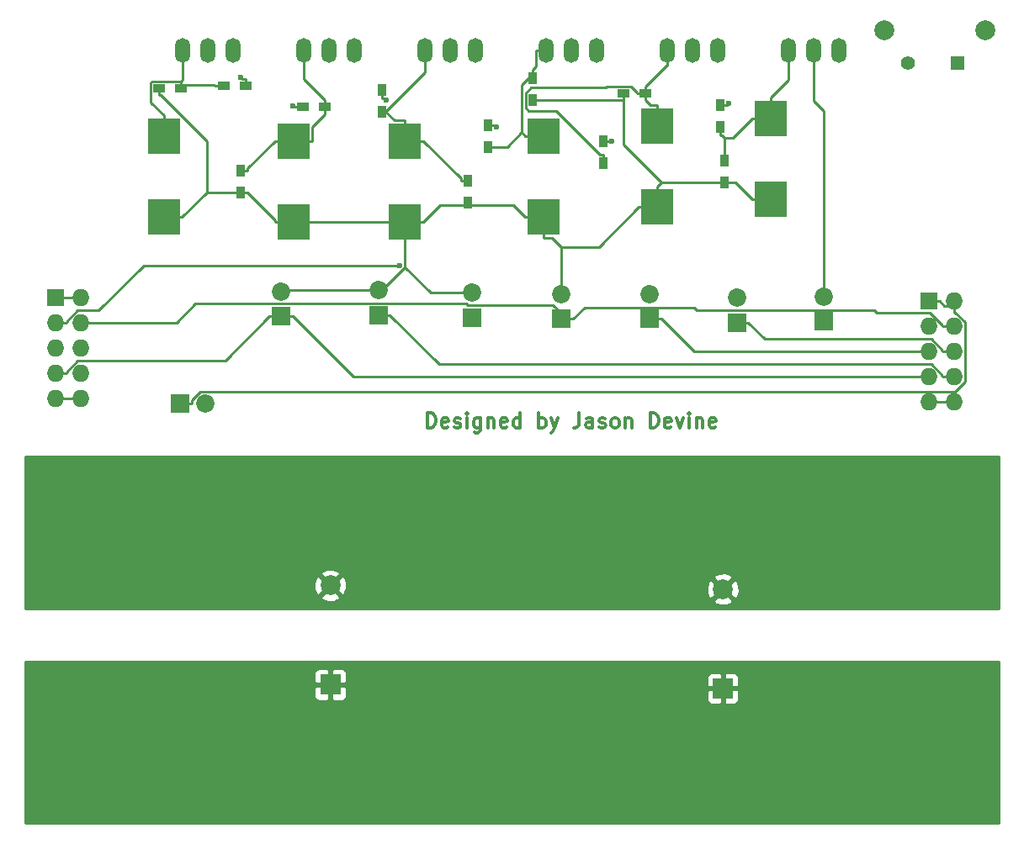
<source format=gtl>
G04 #@! TF.FileFunction,Copper,L1,Top,Signal*
%FSLAX46Y46*%
G04 Gerber Fmt 4.6, Leading zero omitted, Abs format (unit mm)*
G04 Created by KiCad (PCBNEW 4.0.4+e1-6308~48~ubuntu14.04.1-stable) date Sun Oct 16 21:10:46 2016*
%MOMM*%
%LPD*%
G01*
G04 APERTURE LIST*
%ADD10C,0.100000*%
%ADD11C,0.300000*%
%ADD12R,1.727200X1.727200*%
%ADD13O,1.727200X1.727200*%
%ADD14R,3.200000X3.600000*%
%ADD15R,1.200000X0.900000*%
%ADD16R,0.900000X1.200000*%
%ADD17O,1.501140X2.499360*%
%ADD18R,1.850000X1.850000*%
%ADD19C,1.850000*%
%ADD20R,1.400000X1.400000*%
%ADD21C,1.400000*%
%ADD22C,1.998980*%
%ADD23R,2.000000X2.000000*%
%ADD24C,2.000000*%
%ADD25C,0.600000*%
%ADD26C,0.250000*%
%ADD27C,0.254000*%
G04 APERTURE END LIST*
D10*
D11*
X74654000Y-95674571D02*
X74654000Y-94174571D01*
X75011143Y-94174571D01*
X75225428Y-94246000D01*
X75368286Y-94388857D01*
X75439714Y-94531714D01*
X75511143Y-94817429D01*
X75511143Y-95031714D01*
X75439714Y-95317429D01*
X75368286Y-95460286D01*
X75225428Y-95603143D01*
X75011143Y-95674571D01*
X74654000Y-95674571D01*
X76725428Y-95603143D02*
X76582571Y-95674571D01*
X76296857Y-95674571D01*
X76154000Y-95603143D01*
X76082571Y-95460286D01*
X76082571Y-94888857D01*
X76154000Y-94746000D01*
X76296857Y-94674571D01*
X76582571Y-94674571D01*
X76725428Y-94746000D01*
X76796857Y-94888857D01*
X76796857Y-95031714D01*
X76082571Y-95174571D01*
X77368285Y-95603143D02*
X77511142Y-95674571D01*
X77796857Y-95674571D01*
X77939714Y-95603143D01*
X78011142Y-95460286D01*
X78011142Y-95388857D01*
X77939714Y-95246000D01*
X77796857Y-95174571D01*
X77582571Y-95174571D01*
X77439714Y-95103143D01*
X77368285Y-94960286D01*
X77368285Y-94888857D01*
X77439714Y-94746000D01*
X77582571Y-94674571D01*
X77796857Y-94674571D01*
X77939714Y-94746000D01*
X78654000Y-95674571D02*
X78654000Y-94674571D01*
X78654000Y-94174571D02*
X78582571Y-94246000D01*
X78654000Y-94317429D01*
X78725428Y-94246000D01*
X78654000Y-94174571D01*
X78654000Y-94317429D01*
X80011143Y-94674571D02*
X80011143Y-95888857D01*
X79939714Y-96031714D01*
X79868286Y-96103143D01*
X79725429Y-96174571D01*
X79511143Y-96174571D01*
X79368286Y-96103143D01*
X80011143Y-95603143D02*
X79868286Y-95674571D01*
X79582572Y-95674571D01*
X79439714Y-95603143D01*
X79368286Y-95531714D01*
X79296857Y-95388857D01*
X79296857Y-94960286D01*
X79368286Y-94817429D01*
X79439714Y-94746000D01*
X79582572Y-94674571D01*
X79868286Y-94674571D01*
X80011143Y-94746000D01*
X80725429Y-94674571D02*
X80725429Y-95674571D01*
X80725429Y-94817429D02*
X80796857Y-94746000D01*
X80939715Y-94674571D01*
X81154000Y-94674571D01*
X81296857Y-94746000D01*
X81368286Y-94888857D01*
X81368286Y-95674571D01*
X82654000Y-95603143D02*
X82511143Y-95674571D01*
X82225429Y-95674571D01*
X82082572Y-95603143D01*
X82011143Y-95460286D01*
X82011143Y-94888857D01*
X82082572Y-94746000D01*
X82225429Y-94674571D01*
X82511143Y-94674571D01*
X82654000Y-94746000D01*
X82725429Y-94888857D01*
X82725429Y-95031714D01*
X82011143Y-95174571D01*
X84011143Y-95674571D02*
X84011143Y-94174571D01*
X84011143Y-95603143D02*
X83868286Y-95674571D01*
X83582572Y-95674571D01*
X83439714Y-95603143D01*
X83368286Y-95531714D01*
X83296857Y-95388857D01*
X83296857Y-94960286D01*
X83368286Y-94817429D01*
X83439714Y-94746000D01*
X83582572Y-94674571D01*
X83868286Y-94674571D01*
X84011143Y-94746000D01*
X85868286Y-95674571D02*
X85868286Y-94174571D01*
X85868286Y-94746000D02*
X86011143Y-94674571D01*
X86296857Y-94674571D01*
X86439714Y-94746000D01*
X86511143Y-94817429D01*
X86582572Y-94960286D01*
X86582572Y-95388857D01*
X86511143Y-95531714D01*
X86439714Y-95603143D01*
X86296857Y-95674571D01*
X86011143Y-95674571D01*
X85868286Y-95603143D01*
X87082572Y-94674571D02*
X87439715Y-95674571D01*
X87796857Y-94674571D02*
X87439715Y-95674571D01*
X87296857Y-96031714D01*
X87225429Y-96103143D01*
X87082572Y-96174571D01*
X89939714Y-94174571D02*
X89939714Y-95246000D01*
X89868286Y-95460286D01*
X89725429Y-95603143D01*
X89511143Y-95674571D01*
X89368286Y-95674571D01*
X91296857Y-95674571D02*
X91296857Y-94888857D01*
X91225428Y-94746000D01*
X91082571Y-94674571D01*
X90796857Y-94674571D01*
X90654000Y-94746000D01*
X91296857Y-95603143D02*
X91154000Y-95674571D01*
X90796857Y-95674571D01*
X90654000Y-95603143D01*
X90582571Y-95460286D01*
X90582571Y-95317429D01*
X90654000Y-95174571D01*
X90796857Y-95103143D01*
X91154000Y-95103143D01*
X91296857Y-95031714D01*
X91939714Y-95603143D02*
X92082571Y-95674571D01*
X92368286Y-95674571D01*
X92511143Y-95603143D01*
X92582571Y-95460286D01*
X92582571Y-95388857D01*
X92511143Y-95246000D01*
X92368286Y-95174571D01*
X92154000Y-95174571D01*
X92011143Y-95103143D01*
X91939714Y-94960286D01*
X91939714Y-94888857D01*
X92011143Y-94746000D01*
X92154000Y-94674571D01*
X92368286Y-94674571D01*
X92511143Y-94746000D01*
X93439715Y-95674571D02*
X93296857Y-95603143D01*
X93225429Y-95531714D01*
X93154000Y-95388857D01*
X93154000Y-94960286D01*
X93225429Y-94817429D01*
X93296857Y-94746000D01*
X93439715Y-94674571D01*
X93654000Y-94674571D01*
X93796857Y-94746000D01*
X93868286Y-94817429D01*
X93939715Y-94960286D01*
X93939715Y-95388857D01*
X93868286Y-95531714D01*
X93796857Y-95603143D01*
X93654000Y-95674571D01*
X93439715Y-95674571D01*
X94582572Y-94674571D02*
X94582572Y-95674571D01*
X94582572Y-94817429D02*
X94654000Y-94746000D01*
X94796858Y-94674571D01*
X95011143Y-94674571D01*
X95154000Y-94746000D01*
X95225429Y-94888857D01*
X95225429Y-95674571D01*
X97082572Y-95674571D02*
X97082572Y-94174571D01*
X97439715Y-94174571D01*
X97654000Y-94246000D01*
X97796858Y-94388857D01*
X97868286Y-94531714D01*
X97939715Y-94817429D01*
X97939715Y-95031714D01*
X97868286Y-95317429D01*
X97796858Y-95460286D01*
X97654000Y-95603143D01*
X97439715Y-95674571D01*
X97082572Y-95674571D01*
X99154000Y-95603143D02*
X99011143Y-95674571D01*
X98725429Y-95674571D01*
X98582572Y-95603143D01*
X98511143Y-95460286D01*
X98511143Y-94888857D01*
X98582572Y-94746000D01*
X98725429Y-94674571D01*
X99011143Y-94674571D01*
X99154000Y-94746000D01*
X99225429Y-94888857D01*
X99225429Y-95031714D01*
X98511143Y-95174571D01*
X99725429Y-94674571D02*
X100082572Y-95674571D01*
X100439714Y-94674571D01*
X101011143Y-95674571D02*
X101011143Y-94674571D01*
X101011143Y-94174571D02*
X100939714Y-94246000D01*
X101011143Y-94317429D01*
X101082571Y-94246000D01*
X101011143Y-94174571D01*
X101011143Y-94317429D01*
X101725429Y-94674571D02*
X101725429Y-95674571D01*
X101725429Y-94817429D02*
X101796857Y-94746000D01*
X101939715Y-94674571D01*
X102154000Y-94674571D01*
X102296857Y-94746000D01*
X102368286Y-94888857D01*
X102368286Y-95674571D01*
X103654000Y-95603143D02*
X103511143Y-95674571D01*
X103225429Y-95674571D01*
X103082572Y-95603143D01*
X103011143Y-95460286D01*
X103011143Y-94888857D01*
X103082572Y-94746000D01*
X103225429Y-94674571D01*
X103511143Y-94674571D01*
X103654000Y-94746000D01*
X103725429Y-94888857D01*
X103725429Y-95031714D01*
X103011143Y-95174571D01*
D12*
X37211000Y-82550000D03*
D13*
X39751000Y-82550000D03*
X37211000Y-85090000D03*
X39751000Y-85090000D03*
X37211000Y-87630000D03*
X39751000Y-87630000D03*
X37211000Y-90170000D03*
X39751000Y-90170000D03*
X37211000Y-92710000D03*
X39751000Y-92710000D03*
D14*
X97790000Y-65242000D03*
X97790000Y-73442000D03*
X109220000Y-64480000D03*
X109220000Y-72680000D03*
X86360000Y-66258000D03*
X86360000Y-74458000D03*
X72390000Y-66766000D03*
X72390000Y-74966000D03*
X48133000Y-66258000D03*
X48133000Y-74458000D03*
X61214000Y-66766000D03*
X61214000Y-74966000D03*
D15*
X54145000Y-61214000D03*
X56345000Y-61214000D03*
D16*
X70104000Y-63838000D03*
X70104000Y-61638000D03*
D15*
X96604000Y-61976000D03*
X94404000Y-61976000D03*
D16*
X92329000Y-69045000D03*
X92329000Y-66845000D03*
X104140000Y-65362000D03*
X104140000Y-63162000D03*
D15*
X64346000Y-63373000D03*
X62146000Y-63373000D03*
D16*
X80772000Y-67394000D03*
X80772000Y-65194000D03*
X78740000Y-70782000D03*
X78740000Y-72982000D03*
D15*
X49868000Y-61468000D03*
X47668000Y-61468000D03*
D16*
X104521000Y-68750000D03*
X104521000Y-70950000D03*
X85217000Y-60495000D03*
X85217000Y-62695000D03*
X55880000Y-69766000D03*
X55880000Y-71966000D03*
D17*
X52578000Y-57658000D03*
X50038000Y-57658000D03*
X55118000Y-57658000D03*
X64770000Y-57658000D03*
X62230000Y-57658000D03*
X67310000Y-57658000D03*
X76962000Y-57658000D03*
X74422000Y-57658000D03*
X79502000Y-57658000D03*
X89154000Y-57658000D03*
X86614000Y-57658000D03*
X91694000Y-57658000D03*
X101346000Y-57658000D03*
X98806000Y-57658000D03*
X103886000Y-57658000D03*
X113538000Y-57658000D03*
X110998000Y-57658000D03*
X116078000Y-57658000D03*
D18*
X114554000Y-84963000D03*
D19*
X114554000Y-82463000D03*
D18*
X59944000Y-84455000D03*
D19*
X59944000Y-81955000D03*
D18*
X69723000Y-84328000D03*
D19*
X69723000Y-81828000D03*
D18*
X79121000Y-84582000D03*
D19*
X79121000Y-82082000D03*
D18*
X88138000Y-84709000D03*
D19*
X88138000Y-82209000D03*
D18*
X97028000Y-84709000D03*
D19*
X97028000Y-82209000D03*
D18*
X105791000Y-85090000D03*
D19*
X105791000Y-82590000D03*
D18*
X49784000Y-93218000D03*
D19*
X52284000Y-93218000D03*
D12*
X125095000Y-82931000D03*
D13*
X127635000Y-82931000D03*
X125095000Y-85471000D03*
X127635000Y-85471000D03*
X125095000Y-88011000D03*
X127635000Y-88011000D03*
X125095000Y-90551000D03*
X127635000Y-90551000D03*
X125095000Y-93091000D03*
X127635000Y-93091000D03*
D20*
X128016000Y-58928000D03*
D21*
X123016000Y-58928000D03*
D22*
X130810000Y-55626000D03*
X120650000Y-55626000D03*
D23*
X64897000Y-121539000D03*
D24*
X64897000Y-111539000D03*
D23*
X104394000Y-121920000D03*
D24*
X104394000Y-111920000D03*
D25*
X71856400Y-79294400D03*
X61129000Y-63206000D03*
X70479800Y-62652000D03*
X55888400Y-60344500D03*
X81635100Y-65357100D03*
X93180000Y-66830700D03*
X105015700Y-62986300D03*
D26*
X126521400Y-87895600D02*
X126521400Y-88011000D01*
X125366800Y-86741000D02*
X126521400Y-87895600D01*
X108617000Y-86741000D02*
X125366800Y-86741000D01*
X106966000Y-85090000D02*
X108617000Y-86741000D01*
X105791000Y-85090000D02*
X106966000Y-85090000D01*
X127635000Y-88011000D02*
X126521400Y-88011000D01*
X39751000Y-92710000D02*
X37211000Y-92710000D01*
X127635000Y-93091000D02*
X125095000Y-93091000D01*
X37211000Y-82550000D02*
X39751000Y-82550000D01*
X127774500Y-84044600D02*
X127635000Y-84044600D01*
X128748500Y-85018600D02*
X127774500Y-84044600D01*
X128748500Y-90995000D02*
X128748500Y-85018600D01*
X127741500Y-92002000D02*
X128748500Y-90995000D01*
X51807800Y-92002000D02*
X127741500Y-92002000D01*
X50959000Y-92850800D02*
X51807800Y-92002000D01*
X50959000Y-93218000D02*
X50959000Y-92850800D01*
X49784000Y-93218000D02*
X50959000Y-93218000D01*
X127635000Y-82931000D02*
X127635000Y-83416400D01*
X127635000Y-83416400D02*
X127635000Y-84044600D01*
X126694000Y-83416400D02*
X126208600Y-82931000D01*
X127635000Y-83416400D02*
X126694000Y-83416400D01*
X125095000Y-82931000D02*
X126208600Y-82931000D01*
X97120000Y-63192000D02*
X97790000Y-63192000D01*
X96604000Y-62676000D02*
X97120000Y-63192000D01*
X96604000Y-61976000D02*
X96604000Y-62676000D01*
X97790000Y-65242000D02*
X97790000Y-63192000D01*
X98722200Y-59157800D02*
X96604000Y-61276000D01*
X98806000Y-59157800D02*
X98722200Y-59157800D01*
X96604000Y-61976000D02*
X96604000Y-61276000D01*
X98806000Y-57658000D02*
X98806000Y-59157800D01*
X95754000Y-61891500D02*
X95754000Y-61976000D01*
X95163100Y-61300600D02*
X95754000Y-61891500D01*
X92670000Y-61300600D02*
X95163100Y-61300600D01*
X92584700Y-61385900D02*
X92670000Y-61300600D01*
X85098800Y-61385900D02*
X92584700Y-61385900D01*
X84541600Y-61943100D02*
X85098800Y-61385900D01*
X84541600Y-63406900D02*
X84541600Y-61943100D01*
X84855900Y-63721200D02*
X84541600Y-63406900D01*
X87583500Y-63721200D02*
X84855900Y-63721200D01*
X92057300Y-68195000D02*
X87583500Y-63721200D01*
X92329000Y-68195000D02*
X92057300Y-68195000D01*
X92329000Y-69045000D02*
X92329000Y-68195000D01*
X96604000Y-61976000D02*
X95754000Y-61976000D01*
X110998000Y-60652000D02*
X109220000Y-62430000D01*
X110998000Y-57658000D02*
X110998000Y-60652000D01*
X109220000Y-64480000D02*
X109220000Y-62430000D01*
X104521000Y-68750000D02*
X104521000Y-67900000D01*
X109220000Y-64480000D02*
X107370000Y-64480000D01*
X104521000Y-67900000D02*
X104521000Y-66440500D01*
X104292500Y-66212000D02*
X104521000Y-66440500D01*
X104140000Y-66212000D02*
X104292500Y-66212000D01*
X105409500Y-66440500D02*
X107370000Y-64480000D01*
X104521000Y-66440500D02*
X105409500Y-66440500D01*
X104140000Y-65362000D02*
X104140000Y-66212000D01*
X78040000Y-70566000D02*
X74240000Y-66766000D01*
X78040000Y-70782000D02*
X78040000Y-70566000D01*
X72390000Y-66766000D02*
X74240000Y-66766000D01*
X78740000Y-70782000D02*
X78040000Y-70782000D01*
X70104000Y-63838000D02*
X70454000Y-63838000D01*
X71332000Y-64716000D02*
X72390000Y-64716000D01*
X70454000Y-63838000D02*
X71332000Y-64716000D01*
X72390000Y-66766000D02*
X72390000Y-64716000D01*
X74422000Y-59870000D02*
X70454000Y-63838000D01*
X74422000Y-57658000D02*
X74422000Y-59870000D01*
X126521400Y-85355600D02*
X126521400Y-85471000D01*
X125242800Y-84077000D02*
X126521400Y-85355600D01*
X119894300Y-84077000D02*
X125242800Y-84077000D01*
X119629900Y-83812600D02*
X119894300Y-84077000D01*
X101746200Y-83812600D02*
X119629900Y-83812600D01*
X101492200Y-83558600D02*
X101746200Y-83812600D01*
X90463400Y-83558600D02*
X101492200Y-83558600D01*
X89313000Y-84709000D02*
X90463400Y-83558600D01*
X127635000Y-85471000D02*
X126521400Y-85471000D01*
X88138000Y-84709000D02*
X88725500Y-84709000D01*
X88725500Y-84709000D02*
X89313000Y-84709000D01*
X49401100Y-85090000D02*
X39751000Y-85090000D01*
X51313500Y-83177600D02*
X49401100Y-85090000D01*
X78589700Y-83177600D02*
X51313500Y-83177600D01*
X78691100Y-83279000D02*
X78589700Y-83177600D01*
X87295500Y-83279000D02*
X78691100Y-83279000D01*
X88725500Y-84709000D02*
X87295500Y-83279000D01*
X49868000Y-61468000D02*
X49868000Y-61118000D01*
X49868000Y-61118000D02*
X49868000Y-60768000D01*
X53199000Y-61118000D02*
X53295000Y-61214000D01*
X49868000Y-61118000D02*
X53199000Y-61118000D01*
X54145000Y-61214000D02*
X53295000Y-61214000D01*
X48133000Y-66258000D02*
X48133000Y-64208000D01*
X50038000Y-60598000D02*
X49868000Y-60768000D01*
X50038000Y-57658000D02*
X50038000Y-60598000D01*
X46842600Y-62917600D02*
X48133000Y-64208000D01*
X46842600Y-60912000D02*
X46842600Y-62917600D01*
X46986600Y-60768000D02*
X46842600Y-60912000D01*
X49868000Y-60768000D02*
X46986600Y-60768000D01*
X56580000Y-69550000D02*
X59364000Y-66766000D01*
X56580000Y-69766000D02*
X56580000Y-69550000D01*
X61214000Y-66766000D02*
X59364000Y-66766000D01*
X55880000Y-69766000D02*
X56580000Y-69766000D01*
X63064000Y-65355000D02*
X63064000Y-66766000D01*
X64346000Y-64073000D02*
X63064000Y-65355000D01*
X64346000Y-63373000D02*
X64346000Y-64073000D01*
X61214000Y-66766000D02*
X63064000Y-66766000D01*
X62230000Y-60557000D02*
X64346000Y-62673000D01*
X62230000Y-57658000D02*
X62230000Y-60557000D01*
X64346000Y-63373000D02*
X64346000Y-62673000D01*
X85613400Y-59248600D02*
X85217000Y-59645000D01*
X85613400Y-57658000D02*
X85613400Y-59248600D01*
X86614000Y-57658000D02*
X85613400Y-57658000D01*
X85217000Y-60495000D02*
X85217000Y-60070000D01*
X85217000Y-60070000D02*
X85217000Y-59645000D01*
X86360000Y-66258000D02*
X84510000Y-66258000D01*
X82673000Y-67394000D02*
X84159500Y-65907500D01*
X80772000Y-67394000D02*
X82673000Y-67394000D01*
X84159500Y-61127500D02*
X84159500Y-65907500D01*
X85217000Y-60070000D02*
X84159500Y-61127500D01*
X84159500Y-65907500D02*
X84510000Y-66258000D01*
X38324600Y-84974600D02*
X38324600Y-85090000D01*
X39479200Y-83820000D02*
X38324600Y-84974600D01*
X41599900Y-83820000D02*
X39479200Y-83820000D01*
X46125500Y-79294400D02*
X41599900Y-83820000D01*
X71856400Y-79294400D02*
X46125500Y-79294400D01*
X37211000Y-85090000D02*
X38324600Y-85090000D01*
X97028000Y-84709000D02*
X98203000Y-84709000D01*
X125095000Y-88011000D02*
X123981400Y-88011000D01*
X101505000Y-88011000D02*
X98203000Y-84709000D01*
X123981400Y-88011000D02*
X101505000Y-88011000D01*
X38324600Y-90054600D02*
X38324600Y-90170000D01*
X39479200Y-88900000D02*
X38324600Y-90054600D01*
X54324000Y-88900000D02*
X39479200Y-88900000D01*
X58769000Y-84455000D02*
X54324000Y-88900000D01*
X37211000Y-90170000D02*
X38324600Y-90170000D01*
X59356500Y-84455000D02*
X58769000Y-84455000D01*
X59356500Y-84455000D02*
X59944000Y-84455000D01*
X59944000Y-84455000D02*
X61119000Y-84455000D01*
X125095000Y-90551000D02*
X123981400Y-90551000D01*
X67215000Y-90551000D02*
X61119000Y-84455000D01*
X123981400Y-90551000D02*
X67215000Y-90551000D01*
X126521400Y-90435600D02*
X126521400Y-90551000D01*
X125366800Y-89281000D02*
X126521400Y-90435600D01*
X75851000Y-89281000D02*
X125366800Y-89281000D01*
X70898000Y-84328000D02*
X75851000Y-89281000D01*
X69723000Y-84328000D02*
X70898000Y-84328000D01*
X127635000Y-90551000D02*
X126521400Y-90551000D01*
X114554000Y-82463000D02*
X114554000Y-63754000D01*
X114554000Y-63754000D02*
X113538000Y-62738000D01*
X113538000Y-62738000D02*
X113538000Y-57658000D01*
X105640000Y-70950000D02*
X107370000Y-72680000D01*
X104521000Y-70950000D02*
X105640000Y-70950000D01*
X109220000Y-72680000D02*
X107370000Y-72680000D01*
X47668000Y-61468000D02*
X47668000Y-62168000D01*
X72390000Y-74966000D02*
X74240000Y-74966000D01*
X55880000Y-71966000D02*
X55530000Y-71966000D01*
X48133000Y-74458000D02*
X49983000Y-74458000D01*
X52475000Y-66800000D02*
X52475000Y-71966000D01*
X47843000Y-62168000D02*
X52475000Y-66800000D01*
X47668000Y-62168000D02*
X47843000Y-62168000D01*
X55530000Y-71966000D02*
X52475000Y-71966000D01*
X52475000Y-71966000D02*
X49983000Y-74458000D01*
X97790000Y-73442000D02*
X97790000Y-71392000D01*
X59364000Y-74750000D02*
X56580000Y-71966000D01*
X59364000Y-74966000D02*
X59364000Y-74750000D01*
X55880000Y-71966000D02*
X56580000Y-71966000D01*
X61214000Y-74966000D02*
X59364000Y-74966000D01*
X61214000Y-74966000D02*
X63064000Y-74966000D01*
X86360000Y-74458000D02*
X84510000Y-74458000D01*
X78740000Y-72982000D02*
X78740000Y-73246500D01*
X75959500Y-73246500D02*
X78740000Y-73246500D01*
X74240000Y-74966000D02*
X75959500Y-73246500D01*
X83298500Y-73246500D02*
X84510000Y-74458000D01*
X78740000Y-73246500D02*
X83298500Y-73246500D01*
X60071000Y-81828000D02*
X69723000Y-81828000D01*
X59944000Y-81955000D02*
X60071000Y-81828000D01*
X97790000Y-73442000D02*
X95940000Y-73442000D01*
X88138000Y-82209000D02*
X88138000Y-77444500D01*
X87201500Y-76508000D02*
X88138000Y-77444500D01*
X86360000Y-76508000D02*
X87201500Y-76508000D01*
X91937500Y-77444500D02*
X95940000Y-73442000D01*
X88138000Y-77444500D02*
X91937500Y-77444500D01*
X86360000Y-74458000D02*
X86360000Y-76508000D01*
X94404000Y-61976000D02*
X94404000Y-62676000D01*
X85217000Y-62695000D02*
X94385000Y-62695000D01*
X94385000Y-62695000D02*
X94404000Y-62676000D01*
X94385000Y-67103000D02*
X98232000Y-70950000D01*
X94385000Y-62695000D02*
X94385000Y-67103000D01*
X104521000Y-70950000D02*
X98232000Y-70950000D01*
X98232000Y-70950000D02*
X97790000Y-71392000D01*
X63064000Y-74966000D02*
X72390000Y-74966000D01*
X72390000Y-74966000D02*
X72390000Y-77016000D01*
X74982100Y-82082000D02*
X72396900Y-79496800D01*
X79121000Y-82082000D02*
X74982100Y-82082000D01*
X70065700Y-81828000D02*
X72396900Y-79496800D01*
X69723000Y-81828000D02*
X70065700Y-81828000D01*
X72396900Y-77022900D02*
X72390000Y-77016000D01*
X72396900Y-79496800D02*
X72396900Y-77022900D01*
X62146000Y-63373000D02*
X61296000Y-63373000D01*
X61129000Y-63206000D02*
X61296000Y-63373000D01*
X70104000Y-61638000D02*
X70104000Y-62488000D01*
X70315800Y-62488000D02*
X70104000Y-62488000D01*
X70479800Y-62652000D02*
X70315800Y-62488000D01*
X56345000Y-61214000D02*
X56345000Y-60514000D01*
X56057900Y-60514000D02*
X56345000Y-60514000D01*
X55888400Y-60344500D02*
X56057900Y-60514000D01*
X80772000Y-65194000D02*
X81472000Y-65194000D01*
X81635100Y-65357100D02*
X81472000Y-65194000D01*
X92329000Y-66845000D02*
X93029000Y-66845000D01*
X93043300Y-66830700D02*
X93029000Y-66845000D01*
X93180000Y-66830700D02*
X93043300Y-66830700D01*
X104140000Y-63162000D02*
X104840000Y-63162000D01*
X105015700Y-62986300D02*
X104840000Y-63162000D01*
D27*
G36*
X132132000Y-135434000D02*
X34238000Y-135434000D01*
X34238000Y-121824750D01*
X63262000Y-121824750D01*
X63262000Y-122665309D01*
X63358673Y-122898698D01*
X63537301Y-123077327D01*
X63770690Y-123174000D01*
X64611250Y-123174000D01*
X64770000Y-123015250D01*
X64770000Y-121666000D01*
X65024000Y-121666000D01*
X65024000Y-123015250D01*
X65182750Y-123174000D01*
X66023310Y-123174000D01*
X66256699Y-123077327D01*
X66435327Y-122898698D01*
X66532000Y-122665309D01*
X66532000Y-122205750D01*
X102759000Y-122205750D01*
X102759000Y-123046309D01*
X102855673Y-123279698D01*
X103034301Y-123458327D01*
X103267690Y-123555000D01*
X104108250Y-123555000D01*
X104267000Y-123396250D01*
X104267000Y-122047000D01*
X104521000Y-122047000D01*
X104521000Y-123396250D01*
X104679750Y-123555000D01*
X105520310Y-123555000D01*
X105753699Y-123458327D01*
X105932327Y-123279698D01*
X106029000Y-123046309D01*
X106029000Y-122205750D01*
X105870250Y-122047000D01*
X104521000Y-122047000D01*
X104267000Y-122047000D01*
X102917750Y-122047000D01*
X102759000Y-122205750D01*
X66532000Y-122205750D01*
X66532000Y-121824750D01*
X66373250Y-121666000D01*
X65024000Y-121666000D01*
X64770000Y-121666000D01*
X63420750Y-121666000D01*
X63262000Y-121824750D01*
X34238000Y-121824750D01*
X34238000Y-120412691D01*
X63262000Y-120412691D01*
X63262000Y-121253250D01*
X63420750Y-121412000D01*
X64770000Y-121412000D01*
X64770000Y-120062750D01*
X65024000Y-120062750D01*
X65024000Y-121412000D01*
X66373250Y-121412000D01*
X66532000Y-121253250D01*
X66532000Y-120793691D01*
X102759000Y-120793691D01*
X102759000Y-121634250D01*
X102917750Y-121793000D01*
X104267000Y-121793000D01*
X104267000Y-120443750D01*
X104521000Y-120443750D01*
X104521000Y-121793000D01*
X105870250Y-121793000D01*
X106029000Y-121634250D01*
X106029000Y-120793691D01*
X105932327Y-120560302D01*
X105753699Y-120381673D01*
X105520310Y-120285000D01*
X104679750Y-120285000D01*
X104521000Y-120443750D01*
X104267000Y-120443750D01*
X104108250Y-120285000D01*
X103267690Y-120285000D01*
X103034301Y-120381673D01*
X102855673Y-120560302D01*
X102759000Y-120793691D01*
X66532000Y-120793691D01*
X66532000Y-120412691D01*
X66435327Y-120179302D01*
X66256699Y-120000673D01*
X66023310Y-119904000D01*
X65182750Y-119904000D01*
X65024000Y-120062750D01*
X64770000Y-120062750D01*
X64611250Y-119904000D01*
X63770690Y-119904000D01*
X63537301Y-120000673D01*
X63358673Y-120179302D01*
X63262000Y-120412691D01*
X34238000Y-120412691D01*
X34238000Y-119253000D01*
X132132000Y-119253000D01*
X132132000Y-135434000D01*
X132132000Y-135434000D01*
G37*
X132132000Y-135434000D02*
X34238000Y-135434000D01*
X34238000Y-121824750D01*
X63262000Y-121824750D01*
X63262000Y-122665309D01*
X63358673Y-122898698D01*
X63537301Y-123077327D01*
X63770690Y-123174000D01*
X64611250Y-123174000D01*
X64770000Y-123015250D01*
X64770000Y-121666000D01*
X65024000Y-121666000D01*
X65024000Y-123015250D01*
X65182750Y-123174000D01*
X66023310Y-123174000D01*
X66256699Y-123077327D01*
X66435327Y-122898698D01*
X66532000Y-122665309D01*
X66532000Y-122205750D01*
X102759000Y-122205750D01*
X102759000Y-123046309D01*
X102855673Y-123279698D01*
X103034301Y-123458327D01*
X103267690Y-123555000D01*
X104108250Y-123555000D01*
X104267000Y-123396250D01*
X104267000Y-122047000D01*
X104521000Y-122047000D01*
X104521000Y-123396250D01*
X104679750Y-123555000D01*
X105520310Y-123555000D01*
X105753699Y-123458327D01*
X105932327Y-123279698D01*
X106029000Y-123046309D01*
X106029000Y-122205750D01*
X105870250Y-122047000D01*
X104521000Y-122047000D01*
X104267000Y-122047000D01*
X102917750Y-122047000D01*
X102759000Y-122205750D01*
X66532000Y-122205750D01*
X66532000Y-121824750D01*
X66373250Y-121666000D01*
X65024000Y-121666000D01*
X64770000Y-121666000D01*
X63420750Y-121666000D01*
X63262000Y-121824750D01*
X34238000Y-121824750D01*
X34238000Y-120412691D01*
X63262000Y-120412691D01*
X63262000Y-121253250D01*
X63420750Y-121412000D01*
X64770000Y-121412000D01*
X64770000Y-120062750D01*
X65024000Y-120062750D01*
X65024000Y-121412000D01*
X66373250Y-121412000D01*
X66532000Y-121253250D01*
X66532000Y-120793691D01*
X102759000Y-120793691D01*
X102759000Y-121634250D01*
X102917750Y-121793000D01*
X104267000Y-121793000D01*
X104267000Y-120443750D01*
X104521000Y-120443750D01*
X104521000Y-121793000D01*
X105870250Y-121793000D01*
X106029000Y-121634250D01*
X106029000Y-120793691D01*
X105932327Y-120560302D01*
X105753699Y-120381673D01*
X105520310Y-120285000D01*
X104679750Y-120285000D01*
X104521000Y-120443750D01*
X104267000Y-120443750D01*
X104108250Y-120285000D01*
X103267690Y-120285000D01*
X103034301Y-120381673D01*
X102855673Y-120560302D01*
X102759000Y-120793691D01*
X66532000Y-120793691D01*
X66532000Y-120412691D01*
X66435327Y-120179302D01*
X66256699Y-120000673D01*
X66023310Y-119904000D01*
X65182750Y-119904000D01*
X65024000Y-120062750D01*
X64770000Y-120062750D01*
X64611250Y-119904000D01*
X63770690Y-119904000D01*
X63537301Y-120000673D01*
X63358673Y-120179302D01*
X63262000Y-120412691D01*
X34238000Y-120412691D01*
X34238000Y-119253000D01*
X132132000Y-119253000D01*
X132132000Y-135434000D01*
G36*
X132132000Y-113919000D02*
X34238000Y-113919000D01*
X34238000Y-112691532D01*
X63924073Y-112691532D01*
X64022736Y-112958387D01*
X64632461Y-113184908D01*
X65282460Y-113160856D01*
X65495693Y-113072532D01*
X103421073Y-113072532D01*
X103519736Y-113339387D01*
X104129461Y-113565908D01*
X104779460Y-113541856D01*
X105268264Y-113339387D01*
X105366927Y-113072532D01*
X104394000Y-112099605D01*
X103421073Y-113072532D01*
X65495693Y-113072532D01*
X65771264Y-112958387D01*
X65869927Y-112691532D01*
X64897000Y-111718605D01*
X63924073Y-112691532D01*
X34238000Y-112691532D01*
X34238000Y-111274461D01*
X63251092Y-111274461D01*
X63275144Y-111924460D01*
X63477613Y-112413264D01*
X63744468Y-112511927D01*
X64717395Y-111539000D01*
X65076605Y-111539000D01*
X66049532Y-112511927D01*
X66316387Y-112413264D01*
X66542908Y-111803539D01*
X66537429Y-111655461D01*
X102748092Y-111655461D01*
X102772144Y-112305460D01*
X102974613Y-112794264D01*
X103241468Y-112892927D01*
X104214395Y-111920000D01*
X104573605Y-111920000D01*
X105546532Y-112892927D01*
X105813387Y-112794264D01*
X106039908Y-112184539D01*
X106015856Y-111534540D01*
X105813387Y-111045736D01*
X105546532Y-110947073D01*
X104573605Y-111920000D01*
X104214395Y-111920000D01*
X103241468Y-110947073D01*
X102974613Y-111045736D01*
X102748092Y-111655461D01*
X66537429Y-111655461D01*
X66518856Y-111153540D01*
X66358940Y-110767468D01*
X103421073Y-110767468D01*
X104394000Y-111740395D01*
X105366927Y-110767468D01*
X105268264Y-110500613D01*
X104658539Y-110274092D01*
X104008540Y-110298144D01*
X103519736Y-110500613D01*
X103421073Y-110767468D01*
X66358940Y-110767468D01*
X66316387Y-110664736D01*
X66049532Y-110566073D01*
X65076605Y-111539000D01*
X64717395Y-111539000D01*
X63744468Y-110566073D01*
X63477613Y-110664736D01*
X63251092Y-111274461D01*
X34238000Y-111274461D01*
X34238000Y-110386468D01*
X63924073Y-110386468D01*
X64897000Y-111359395D01*
X65869927Y-110386468D01*
X65771264Y-110119613D01*
X65161539Y-109893092D01*
X64511540Y-109917144D01*
X64022736Y-110119613D01*
X63924073Y-110386468D01*
X34238000Y-110386468D01*
X34238000Y-98552000D01*
X132132000Y-98552000D01*
X132132000Y-113919000D01*
X132132000Y-113919000D01*
G37*
X132132000Y-113919000D02*
X34238000Y-113919000D01*
X34238000Y-112691532D01*
X63924073Y-112691532D01*
X64022736Y-112958387D01*
X64632461Y-113184908D01*
X65282460Y-113160856D01*
X65495693Y-113072532D01*
X103421073Y-113072532D01*
X103519736Y-113339387D01*
X104129461Y-113565908D01*
X104779460Y-113541856D01*
X105268264Y-113339387D01*
X105366927Y-113072532D01*
X104394000Y-112099605D01*
X103421073Y-113072532D01*
X65495693Y-113072532D01*
X65771264Y-112958387D01*
X65869927Y-112691532D01*
X64897000Y-111718605D01*
X63924073Y-112691532D01*
X34238000Y-112691532D01*
X34238000Y-111274461D01*
X63251092Y-111274461D01*
X63275144Y-111924460D01*
X63477613Y-112413264D01*
X63744468Y-112511927D01*
X64717395Y-111539000D01*
X65076605Y-111539000D01*
X66049532Y-112511927D01*
X66316387Y-112413264D01*
X66542908Y-111803539D01*
X66537429Y-111655461D01*
X102748092Y-111655461D01*
X102772144Y-112305460D01*
X102974613Y-112794264D01*
X103241468Y-112892927D01*
X104214395Y-111920000D01*
X104573605Y-111920000D01*
X105546532Y-112892927D01*
X105813387Y-112794264D01*
X106039908Y-112184539D01*
X106015856Y-111534540D01*
X105813387Y-111045736D01*
X105546532Y-110947073D01*
X104573605Y-111920000D01*
X104214395Y-111920000D01*
X103241468Y-110947073D01*
X102974613Y-111045736D01*
X102748092Y-111655461D01*
X66537429Y-111655461D01*
X66518856Y-111153540D01*
X66358940Y-110767468D01*
X103421073Y-110767468D01*
X104394000Y-111740395D01*
X105366927Y-110767468D01*
X105268264Y-110500613D01*
X104658539Y-110274092D01*
X104008540Y-110298144D01*
X103519736Y-110500613D01*
X103421073Y-110767468D01*
X66358940Y-110767468D01*
X66316387Y-110664736D01*
X66049532Y-110566073D01*
X65076605Y-111539000D01*
X64717395Y-111539000D01*
X63744468Y-110566073D01*
X63477613Y-110664736D01*
X63251092Y-111274461D01*
X34238000Y-111274461D01*
X34238000Y-110386468D01*
X63924073Y-110386468D01*
X64897000Y-111359395D01*
X65869927Y-110386468D01*
X65771264Y-110119613D01*
X65161539Y-109893092D01*
X64511540Y-109917144D01*
X64022736Y-110119613D01*
X63924073Y-110386468D01*
X34238000Y-110386468D01*
X34238000Y-98552000D01*
X132132000Y-98552000D01*
X132132000Y-113919000D01*
M02*

</source>
